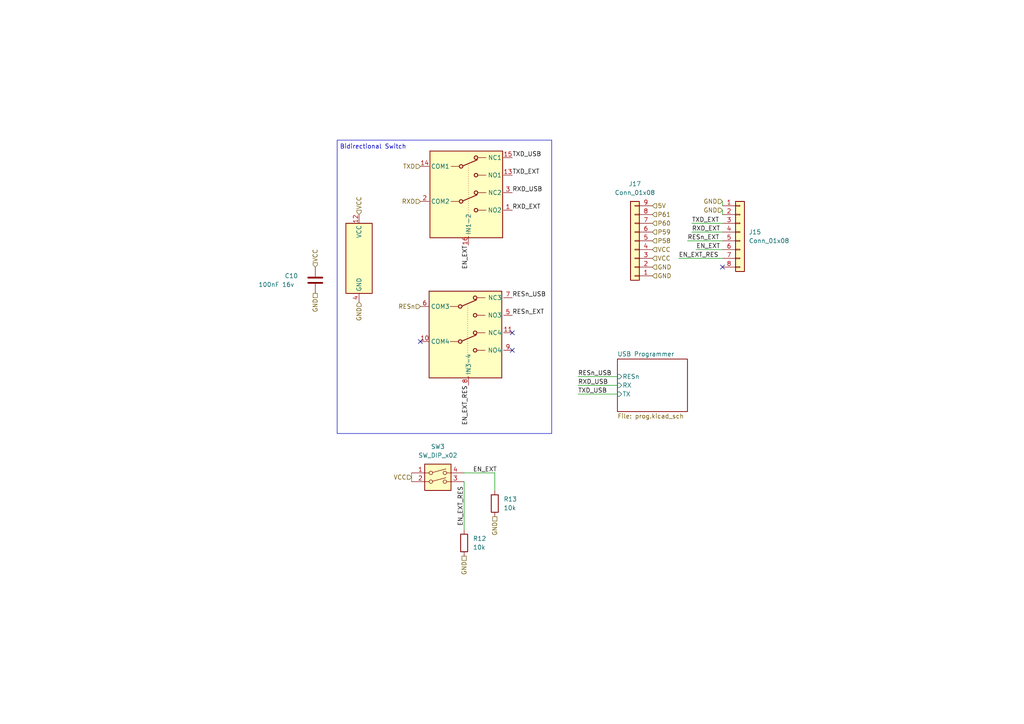
<source format=kicad_sch>
(kicad_sch (version 20250114) (generator "eeschema") (generator_version "9.0")
  (paper "A4")
  (lib_symbols
    (symbol "Analog_Switch_Local:TS3A44159PWR"
      (symbol "TS3A44159PWR_1_1"
        (rectangle (start -11.176 9.525) (end 9.906 -15.621) (stroke (width 0.254)) (fill (type background)))
        (polyline (pts (xy -5.08 5.08) (xy -2.794 5.08)))
        (polyline (pts (xy -5.08 -5.08) (xy -2.794 -5.08)))
        (circle (center -2.159 5.08) (radius 0.508) (stroke (width 0.254)))
        (circle (center -2.159 -5.08) (radius 0.508) (stroke (width 0.254)))
        (polyline (pts (xy -1.7018 -4.953) (xy 2.4892 -3.175)) (stroke (width 0.254)))
        (polyline (pts (xy -1.651 5.207) (xy 2.54 6.985)) (stroke (width 0.254)))
        (polyline (pts (xy 0 -15.24) (xy 0 6.35)) (stroke (width 0) (type dot)))
        (circle (center 2.159 7.62) (radius 0.508) (stroke (width 0.254)))
        (circle (center 2.159 2.54) (radius 0.508) (stroke (width 0.254)))
        (circle (center 2.159 -2.54) (radius 0.508) (stroke (width 0.254)))
        (circle (center 2.159 -7.62) (radius 0.508) (stroke (width 0.254)))
        (polyline (pts (xy 5.08 7.62) (xy 2.794 7.62)))
        (polyline (pts (xy 5.08 2.54) (xy 2.794 2.54)))
        (polyline (pts (xy 5.08 -2.54) (xy 2.794 -2.54)))
        (polyline (pts (xy 5.08 -7.62) (xy 2.794 -7.62)))
        (pin passive line (at -13.97 5.08 0) (length 2.54) (name "COM1") (number "14"))
        (pin passive line (at -13.97 -5.08 0) (length 2.54) (name "COM2") (number "2"))
        (pin input line (at 0 -17.78 90) (length 2.54) (name "IN1-2") (number "16"))
        (pin passive line (at 12.7 7.62 180) (length 2.54) (name "NC1") (number "15"))
        (pin passive line (at 12.7 2.54 180) (length 2.54) (name "NO1") (number "13"))
        (pin passive line (at 12.7 -2.54 180) (length 2.54) (name "NC2") (number "3"))
        (pin passive line (at 12.7 -7.62 180) (length 2.54) (name "NO2") (number "1"))
      )
      (symbol "TS3A44159PWR_2_1"
        (rectangle (start -11.43 9.525) (end 9.652 -15.621) (stroke (width 0.254)) (fill (type background)))
        (polyline (pts (xy -5.334 5.08) (xy -3.048 5.08)))
        (polyline (pts (xy -5.334 -5.08) (xy -3.048 -5.08)))
        (circle (center -2.413 5.08) (radius 0.508) (stroke (width 0.254)))
        (circle (center -2.413 -5.08) (radius 0.508) (stroke (width 0.254)))
        (polyline (pts (xy -1.9558 -4.953) (xy 2.2352 -3.175)) (stroke (width 0.254)))
        (polyline (pts (xy -1.905 5.207) (xy 2.286 6.985)) (stroke (width 0.254)))
        (polyline (pts (xy -0.254 -15.24) (xy -0.254 6.35)) (stroke (width 0) (type dot)))
        (circle (center 1.905 7.62) (radius 0.508) (stroke (width 0.254)))
        (circle (center 1.905 2.54) (radius 0.508) (stroke (width 0.254)))
        (circle (center 1.905 -2.54) (radius 0.508) (stroke (width 0.254)))
        (circle (center 1.905 -7.62) (radius 0.508) (stroke (width 0.254)))
        (polyline (pts (xy 4.826 7.62) (xy 2.54 7.62)))
        (polyline (pts (xy 4.826 2.54) (xy 2.54 2.54)))
        (polyline (pts (xy 4.826 -2.54) (xy 2.54 -2.54)))
        (polyline (pts (xy 4.826 -7.62) (xy 2.54 -7.62)))
        (pin passive line (at -13.97 5.08 0) (length 2.54) (name "COM3") (number "6"))
        (pin passive line (at -13.97 -5.08 0) (length 2.54) (name "COM4") (number "10"))
        (pin input line (at 0 -17.78 90) (length 2.54) (name "IN3-4") (number "8"))
        (pin passive line (at 12.7 7.62 180) (length 2.54) (name "NC3") (number "7"))
        (pin passive line (at 12.7 2.54 180) (length 2.54) (name "NO3") (number "5"))
        (pin passive line (at 12.7 -2.54 180) (length 2.54) (name "NC4") (number "11"))
        (pin passive line (at 12.7 -7.62 180) (length 2.54) (name "NO4") (number "9"))
      )
      (symbol "TS3A44159PWR_3_1"
        (rectangle (start -3.81 10.16) (end 3.81 -10.16) (stroke (width 0.254)) (fill (type background)))
        (pin power_in line (at 0 12.7 270) (length 2.54) (name "VCC") (number "12"))
        (pin power_in line (at 0 -12.7 90) (length 2.54) (name "GND") (number "4"))
      )
    )
    (symbol "Connector_Generic:Conn_01x08" (pin_names (offset 1.016) (hide yes))
      (property "Reference" "J" (at 0 10.16 0))
      (property "Value" "Conn_01x08" (at 0 -12.7 0))
      (symbol "Conn_01x08_1_1"
        (rectangle (start -1.27 8.89) (end 1.27 -11.43) (stroke (width 0.254)) (fill (type background)))
        (rectangle (start -1.27 7.747) (end 0 7.493) (stroke (width 0.1524)))
        (rectangle (start -1.27 5.207) (end 0 4.953) (stroke (width 0.1524)))
        (rectangle (start -1.27 2.667) (end 0 2.413) (stroke (width 0.1524)))
        (rectangle (start -1.27 0.127) (end 0 -0.127) (stroke (width 0.1524)))
        (rectangle (start -1.27 -2.413) (end 0 -2.667) (stroke (width 0.1524)))
        (rectangle (start -1.27 -4.953) (end 0 -5.207) (stroke (width 0.1524)))
        (rectangle (start -1.27 -7.493) (end 0 -7.747) (stroke (width 0.1524)))
        (rectangle (start -1.27 -10.033) (end 0 -10.287) (stroke (width 0.1524)))
        (pin passive line (at -5.08 7.62 0) (length 3.81) (name "Pin_1") (number "1"))
        (pin passive line (at -5.08 5.08 0) (length 3.81) (name "Pin_2") (number "2"))
        (pin passive line (at -5.08 2.54 0) (length 3.81) (name "Pin_3") (number "3"))
        (pin passive line (at -5.08 0 0) (length 3.81) (name "Pin_4") (number "4"))
        (pin passive line (at -5.08 -2.54 0) (length 3.81) (name "Pin_5") (number "5"))
        (pin passive line (at -5.08 -5.08 0) (length 3.81) (name "Pin_6") (number "6"))
        (pin passive line (at -5.08 -7.62 0) (length 3.81) (name "Pin_7") (number "7"))
        (pin passive line (at -5.08 -10.16 0) (length 3.81) (name "Pin_8") (number "8"))
      )
    )
    (symbol "Connector_Generic:Conn_01x09" (pin_names (offset 1.016) (hide yes))
      (property "Reference" "J" (at 0 12.7 0))
      (property "Value" "Conn_01x09" (at 0 -12.7 0))
      (symbol "Conn_01x09_1_1"
        (rectangle (start -1.27 11.43) (end 1.27 -11.43) (stroke (width 0.254)) (fill (type background)))
        (rectangle (start -1.27 10.287) (end 0 10.033) (stroke (width 0.1524)))
        (rectangle (start -1.27 7.747) (end 0 7.493) (stroke (width 0.1524)))
        (rectangle (start -1.27 5.207) (end 0 4.953) (stroke (width 0.1524)))
        (rectangle (start -1.27 2.667) (end 0 2.413) (stroke (width 0.1524)))
        (rectangle (start -1.27 0.127) (end 0 -0.127) (stroke (width 0.1524)))
        (rectangle (start -1.27 -2.413) (end 0 -2.667) (stroke (width 0.1524)))
        (rectangle (start -1.27 -4.953) (end 0 -5.207) (stroke (width 0.1524)))
        (rectangle (start -1.27 -7.493) (end 0 -7.747) (stroke (width 0.1524)))
        (rectangle (start -1.27 -10.033) (end 0 -10.287) (stroke (width 0.1524)))
        (pin passive line (at -5.08 10.16 0) (length 3.81) (name "Pin_1") (number "1"))
        (pin passive line (at -5.08 7.62 0) (length 3.81) (name "Pin_2") (number "2"))
        (pin passive line (at -5.08 5.08 0) (length 3.81) (name "Pin_3") (number "3"))
        (pin passive line (at -5.08 2.54 0) (length 3.81) (name "Pin_4") (number "4"))
        (pin passive line (at -5.08 0 0) (length 3.81) (name "Pin_5") (number "5"))
        (pin passive line (at -5.08 -2.54 0) (length 3.81) (name "Pin_6") (number "6"))
        (pin passive line (at -5.08 -5.08 0) (length 3.81) (name "Pin_7") (number "7"))
        (pin passive line (at -5.08 -7.62 0) (length 3.81) (name "Pin_8") (number "8"))
        (pin passive line (at -5.08 -10.16 0) (length 3.81) (name "Pin_9") (number "9"))
      )
    )
    (symbol "Device:C" (pin_numbers (hide yes)) (pin_names (offset 0.254))
      (property "Reference" "C" (at 0.635 2.54 0))
      (property "Value" "C" (at 0.635 -2.54 0))
      (symbol "C_0_1"
        (polyline (pts (xy -2.032 0.762) (xy 2.032 0.762)) (stroke (width 0.508)))
        (polyline (pts (xy -2.032 -0.762) (xy 2.032 -0.762)) (stroke (width 0.508)))
      )
      (symbol "C_1_1"
        (pin passive line (at 0 3.81 270) (length 2.794) (name "~") (number "1"))
        (pin passive line (at 0 -3.81 90) (length 2.794) (name "~") (number "2"))
      )
    )
    (symbol "Device:R" (pin_numbers (hide yes)) (pin_names (offset 0))
      (property "Reference" "R" (at 2.032 0 90))
      (property "Value" "R" (at 0 0 90))
      (symbol "R_0_1"
        (rectangle (start -1.016 -2.54) (end 1.016 2.54) (stroke (width 0.254)))
      )
      (symbol "R_1_1"
        (pin passive line (at 0 3.81 270) (length 1.27) (name "~") (number "1"))
        (pin passive line (at 0 -3.81 90) (length 1.27) (name "~") (number "2"))
      )
    )
    (symbol "Switch:SW_DIP_x02" (pin_names (offset 0) (hide yes))
      (property "Reference" "SW" (at 0 6.35 0))
      (property "Value" "SW_DIP_x02" (at 0 -3.81 0))
      (symbol "SW_DIP_x02_0_0"
        (circle (center -2.032 2.54) (radius 0.508))
        (circle (center -2.032 0) (radius 0.508))
        (polyline (pts (xy -1.524 2.667) (xy 2.3622 3.7084)))
        (polyline (pts (xy -1.524 0.127) (xy 2.3622 1.1684)))
        (circle (center 2.032 2.54) (radius 0.508))
        (circle (center 2.032 0) (radius 0.508))
      )
      (symbol "SW_DIP_x02_0_1"
        (rectangle (start -3.81 5.08) (end 3.81 -2.54) (stroke (width 0.254)) (fill (type background)))
      )
      (symbol "SW_DIP_x02_1_1"
        (pin passive line (at -7.62 2.54 0) (length 5.08) (name "~") (number "1"))
        (pin passive line (at -7.62 0 0) (length 5.08) (name "~") (number "2"))
        (pin passive line (at 7.62 2.54 180) (length 5.08) (name "~") (number "4"))
        (pin passive line (at 7.62 0 180) (length 5.08) (name "~") (number "3"))
      )
    )
    (symbol "TS3A44159PWR_1"
      (symbol "TS3A44159PWR_1_1_1"
        (rectangle (start -11.176 9.525) (end 9.906 -15.621) (stroke (width 0.254)) (fill (type background)))
        (polyline (pts (xy -5.08 5.08) (xy -2.794 5.08)))
        (polyline (pts (xy -5.08 -5.08) (xy -2.794 -5.08)))
        (circle (center -2.159 5.08) (radius 0.508) (stroke (width 0.254)))
        (circle (center -2.159 -5.08) (radius 0.508) (stroke (width 0.254)))
        (polyline (pts (xy -1.7018 -4.953) (xy 2.4892 -3.175)) (stroke (width 0.254)))
        (polyline (pts (xy -1.651 5.207) (xy 2.54 6.985)) (stroke (width 0.254)))
        (polyline (pts (xy 0 -15.24) (xy 0 6.35)) (stroke (width 0) (type dot)))
        (circle (center 2.159 7.62) (radius 0.508) (stroke (width 0.254)))
        (circle (center 2.159 2.54) (radius 0.508) (stroke (width 0.254)))
        (circle (center 2.159 -2.54) (radius 0.508) (stroke (width 0.254)))
        (circle (center 2.159 -7.62) (radius 0.508) (stroke (width 0.254)))
        (polyline (pts (xy 5.08 7.62) (xy 2.794 7.62)))
        (polyline (pts (xy 5.08 2.54) (xy 2.794 2.54)))
        (polyline (pts (xy 5.08 -2.54) (xy 2.794 -2.54)))
        (polyline (pts (xy 5.08 -7.62) (xy 2.794 -7.62)))
        (pin passive line (at -13.97 5.08 0) (length 2.54) (name "COM1") (number "14"))
        (pin passive line (at -13.97 -5.08 0) (length 2.54) (name "COM2") (number "2"))
        (pin input line (at 0 -17.78 90) (length 2.54) (name "IN1-2") (number "16"))
        (pin passive line (at 12.7 7.62 180) (length 2.54) (name "NC1") (number "15"))
        (pin passive line (at 12.7 2.54 180) (length 2.54) (name "NO1") (number "13"))
        (pin passive line (at 12.7 -2.54 180) (length 2.54) (name "NC2") (number "3"))
        (pin passive line (at 12.7 -7.62 180) (length 2.54) (name "NO2") (number "1"))
      )
      (symbol "TS3A44159PWR_1_2_1"
        (rectangle (start -11.43 9.525) (end 9.652 -15.621) (stroke (width 0.254)) (fill (type background)))
        (polyline (pts (xy -5.334 5.08) (xy -3.048 5.08)))
        (polyline (pts (xy -5.334 -5.08) (xy -3.048 -5.08)))
        (circle (center -2.413 5.08) (radius 0.508) (stroke (width 0.254)))
        (circle (center -2.413 -5.08) (radius 0.508) (stroke (width 0.254)))
        (polyline (pts (xy -1.9558 -4.953) (xy 2.2352 -3.175)) (stroke (width 0.254)))
        (polyline (pts (xy -1.905 5.207) (xy 2.286 6.985)) (stroke (width 0.254)))
        (polyline (pts (xy -0.254 -15.24) (xy -0.254 6.35)) (stroke (width 0) (type dot)))
        (circle (center 1.905 7.62) (radius 0.508) (stroke (width 0.254)))
        (circle (center 1.905 2.54) (radius 0.508) (stroke (width 0.254)))
        (circle (center 1.905 -2.54) (radius 0.508) (stroke (width 0.254)))
        (circle (center 1.905 -7.62) (radius 0.508) (stroke (width 0.254)))
        (polyline (pts (xy 4.826 7.62) (xy 2.54 7.62)))
        (polyline (pts (xy 4.826 2.54) (xy 2.54 2.54)))
        (polyline (pts (xy 4.826 -2.54) (xy 2.54 -2.54)))
        (polyline (pts (xy 4.826 -7.62) (xy 2.54 -7.62)))
        (pin passive line (at -13.97 5.08 0) (length 2.54) (name "COM3") (number "6"))
        (pin passive line (at -13.97 -5.08 0) (length 2.54) (name "COM4") (number "10"))
        (pin input line (at 0 -17.78 90) (length 2.54) (name "IN3-4") (number "8"))
        (pin passive line (at 12.7 7.62 180) (length 2.54) (name "NC3") (number "7"))
        (pin passive line (at 12.7 2.54 180) (length 2.54) (name "NO3") (number "5"))
        (pin passive line (at 12.7 -2.54 180) (length 2.54) (name "NC4") (number "11"))
        (pin passive line (at 12.7 -7.62 180) (length 2.54) (name "NO4") (number "9"))
      )
      (symbol "TS3A44159PWR_1_3_1"
        (rectangle (start -3.81 10.16) (end 3.81 -10.16) (stroke (width 0.254)) (fill (type background)))
        (pin power_in line (at 0 12.7 270) (length 2.54) (name "VCC") (number "12"))
        (pin power_in line (at 0 -12.7 90) (length 2.54) (name "GND") (number "4"))
      )
    )
    (symbol "TS3A44159PWR_2"
      (symbol "TS3A44159PWR_2_1_1"
        (rectangle (start -11.176 9.525) (end 9.906 -15.621) (stroke (width 0.254)) (fill (type background)))
        (polyline (pts (xy -5.08 5.08) (xy -2.794 5.08)))
        (polyline (pts (xy -5.08 -5.08) (xy -2.794 -5.08)))
        (circle (center -2.159 5.08) (radius 0.508) (stroke (width 0.254)))
        (circle (center -2.159 -5.08) (radius 0.508) (stroke (width 0.254)))
        (polyline (pts (xy -1.7018 -4.953) (xy 2.4892 -3.175)) (stroke (width 0.254)))
        (polyline (pts (xy -1.651 5.207) (xy 2.54 6.985)) (stroke (width 0.254)))
        (polyline (pts (xy 0 -15.24) (xy 0 6.35)) (stroke (width 0) (type dot)))
        (circle (center 2.159 7.62) (radius 0.508) (stroke (width 0.254)))
        (circle (center 2.159 2.54) (radius 0.508) (stroke (width 0.254)))
        (circle (center 2.159 -2.54) (radius 0.508) (stroke (width 0.254)))
        (circle (center 2.159 -7.62) (radius 0.508) (stroke (width 0.254)))
        (polyline (pts (xy 5.08 7.62) (xy 2.794 7.62)))
        (polyline (pts (xy 5.08 2.54) (xy 2.794 2.54)))
        (polyline (pts (xy 5.08 -2.54) (xy 2.794 -2.54)))
        (polyline (pts (xy 5.08 -7.62) (xy 2.794 -7.62)))
        (pin passive line (at -13.97 5.08 0) (length 2.54) (name "COM1") (number "14"))
        (pin passive line (at -13.97 -5.08 0) (length 2.54) (name "COM2") (number "2"))
        (pin input line (at 0 -17.78 90) (length 2.54) (name "IN1-2") (number "16"))
        (pin passive line (at 12.7 7.62 180) (length 2.54) (name "NC1") (number "15"))
        (pin passive line (at 12.7 2.54 180) (length 2.54) (name "NO1") (number "13"))
        (pin passive line (at 12.7 -2.54 180) (length 2.54) (name "NC2") (number "3"))
        (pin passive line (at 12.7 -7.62 180) (length 2.54) (name "NO2") (number "1"))
      )
      (symbol "TS3A44159PWR_2_2_1"
        (rectangle (start -11.43 9.525) (end 9.652 -15.621) (stroke (width 0.254)) (fill (type background)))
        (polyline (pts (xy -5.334 5.08) (xy -3.048 5.08)))
        (polyline (pts (xy -5.334 -5.08) (xy -3.048 -5.08)))
        (circle (center -2.413 5.08) (radius 0.508) (stroke (width 0.254)))
        (circle (center -2.413 -5.08) (radius 0.508) (stroke (width 0.254)))
        (polyline (pts (xy -1.9558 -4.953) (xy 2.2352 -3.175)) (stroke (width 0.254)))
        (polyline (pts (xy -1.905 5.207) (xy 2.286 6.985)) (stroke (width 0.254)))
        (polyline (pts (xy -0.254 -15.24) (xy -0.254 6.35)) (stroke (width 0) (type dot)))
        (circle (center 1.905 7.62) (radius 0.508) (stroke (width 0.254)))
        (circle (center 1.905 2.54) (radius 0.508) (stroke (width 0.254)))
        (circle (center 1.905 -2.54) (radius 0.508) (stroke (width 0.254)))
        (circle (center 1.905 -7.62) (radius 0.508) (stroke (width 0.254)))
        (polyline (pts (xy 4.826 7.62) (xy 2.54 7.62)))
        (polyline (pts (xy 4.826 2.54) (xy 2.54 2.54)))
        (polyline (pts (xy 4.826 -2.54) (xy 2.54 -2.54)))
        (polyline (pts (xy 4.826 -7.62) (xy 2.54 -7.62)))
        (pin passive line (at -13.97 5.08 0) (length 2.54) (name "COM3") (number "6"))
        (pin passive line (at -13.97 -5.08 0) (length 2.54) (name "COM4") (number "10"))
        (pin input line (at 0 -17.78 90) (length 2.54) (name "IN3-4") (number "8"))
        (pin passive line (at 12.7 7.62 180) (length 2.54) (name "NC3") (number "7"))
        (pin passive line (at 12.7 2.54 180) (length 2.54) (name "NO3") (number "5"))
        (pin passive line (at 12.7 -2.54 180) (length 2.54) (name "NC4") (number "11"))
        (pin passive line (at 12.7 -7.62 180) (length 2.54) (name "NO4") (number "9"))
      )
      (symbol "TS3A44159PWR_2_3_1"
        (rectangle (start -3.81 10.16) (end 3.81 -10.16) (stroke (width 0.254)) (fill (type background)))
        (pin power_in line (at 0 12.7 270) (length 2.54) (name "VCC") (number "12"))
        (pin power_in line (at 0 -12.7 90) (length 2.54) (name "GND") (number "4"))
      )
    )
  )
  (rectangle (start 97.79 40.64) (end 160.02 125.73))
  (text "Bidirectional Switch" (at 108.204 42.672 0) (effects (font (size 1.27 1.27))))
  (no_connect (at 148.59 96.52))
  (no_connect (at 121.92 99.06))
  (no_connect (at 148.59 101.6))
  (no_connect (at 209.55 77.47))
  (wire (pts (xy 134.62 139.7) (xy 134.62 153.67)))
  (wire (pts (xy 209.55 60.96) (xy 209.55 62.23)))
  (wire (pts (xy 196.85 74.93) (xy 209.55 74.93)))
  (wire (pts (xy 119.38 137.16) (xy 119.38 139.7)))
  (wire (pts (xy 167.64 109.22) (xy 179.07 109.22)))
  (wire (pts (xy 209.55 58.42) (xy 209.55 59.69)))
  (wire (pts (xy 201.93 72.39) (xy 209.55 72.39)))
  (wire (pts (xy 143.51 137.16) (xy 143.51 142.24)))
  (wire (pts (xy 134.62 137.16) (xy 143.51 137.16)))
  (wire (pts (xy 200.66 64.77) (xy 209.55 64.77)))
  (wire (pts (xy 199.39 69.85) (xy 209.55 69.85)))
  (wire (pts (xy 200.66 67.31) (xy 209.55 67.31)))
  (wire (pts (xy 167.64 111.76) (xy 179.07 111.76)))
  (wire (pts (xy 167.64 114.3) (xy 179.07 114.3)))
  (label "EN_EXT_RES" (at 134.62 140.97 270))
  (label "TXD_USB" (at 148.59 45.72 0))
  (label "EN_EXT" (at 201.93 72.39 0))
  (label "RESn_EXT" (at 148.59 91.44 0))
  (label "EN_EXT" (at 135.89 71.12 270))
  (label "EN_EXT_RES" (at 135.89 111.76 270))
  (label "EN_EXT_RES" (at 196.85 74.93 0))
  (label "TXD_EXT" (at 200.66 64.77 0))
  (label "TXD_USB" (at 167.64 114.3 0))
  (label "RESn_USB" (at 148.59 86.36 0))
  (label "EN_EXT" (at 137.16 137.16 0))
  (label "RXD_EXT" (at 148.59 60.96 0))
  (label "RESn_USB" (at 167.64 109.22 0))
  (label "RXD_USB" (at 148.59 55.88 0))
  (label "RXD_EXT" (at 200.66 67.31 0))
  (label "RESn_EXT" (at 199.39 69.85 0))
  (label "RXD_USB" (at 167.64 111.76 0))
  (label "TXD_EXT" (at 148.59 50.8 0))
  (hierarchical_label "VCC" (shape input) (at 104.14 62.23 90))
  (hierarchical_label "GND" (shape input) (at 104.14 87.63 270))
  (hierarchical_label "RXD" (shape input) (at 121.92 58.42 180))
  (hierarchical_label "VCC" (shape input) (at 119.38 138.43 180))
  (hierarchical_label "GND" (shape input) (at 209.55 58.42 180))
  (hierarchical_label "GND" (shape input) (at 209.55 60.96 180))
  (hierarchical_label "TXD" (shape input) (at 121.92 48.26 180))
  (hierarchical_label "GND" (shape passive) (at 134.62 161.29 270))
  (hierarchical_label "P58" (shape input) (at 189.23 69.85 0))
  (hierarchical_label "GND" (shape input) (at 189.23 80.01 0))
  (hierarchical_label "VCC" (shape input) (at 189.23 74.93 0))
  (hierarchical_label "RESn" (shape input) (at 121.92 88.9 180))
  (hierarchical_label "P59" (shape input) (at 189.23 67.31 0))
  (hierarchical_label "VCC" (shape input) (at 189.23 72.39 0))
  (hierarchical_label "GND" (shape passive) (at 91.44 85.09 270))
  (hierarchical_label "VCC" (shape input) (at 91.44 77.47 90))
  (hierarchical_label "5V" (shape input) (at 189.23 59.69 0))
  (hierarchical_label "GND" (shape input) (at 189.23 77.47 0))
  (hierarchical_label "GND" (shape passive) (at 143.51 149.86 270))
  (hierarchical_label "P60" (shape input) (at 189.23 64.77 0))
  (hierarchical_label "P61" (shape input) (at 189.23 62.23 0))
  (symbol (lib_name "TS3A44159PWR_2") (lib_id "Analog_Switch_Local:TS3A44159PWR") (at 135.89 93.98 0) (unit 2)
    (property "Reference" "U10" (effects (hide yes)))
    (property "Value" "TS3A44159PWR" (effects (hide yes)))
    (property "Footprint" "Package_SO:TSSOP-16_4.4x5mm_P0.65mm" (effects (hide yes)))
    (property "Datasheet" "https://www.ti.com/lit/ds/symlink/ts3a44159.pdf?ts=1744359177958&ref_url=https%253A%252F%252Fwww.ti.com%252Fproduct%252FTS3A44159" (effects (hide yes)))
    (property "Description" "TS3A44159 0.45-Ω Quad SPDT Analog Switch 4-Channel 2:1 Multiplexer – Demultiplexer With Two Controls" (effects (hide yes)))
    (property "Part Number" "TS3A44159PWR" (effects (hide yes)))
  )
  (symbol (lib_id "Connector_Generic:Conn_01x08") (at 214.63 67.31 0) (unit 1)
    (property "Reference" "J15" (at 217.17 67.3099 0) (effects (justify left)))
    (property "Value" "Conn_01x08" (at 217.17 69.8499 0) (effects (justify left)))
    (property "Footprint" "Connector_PinSocket_2.54mm:PinSocket_1x08_P2.54mm_Vertical" (effects (hide yes)))
    (property "Description" "Generic connector, single row, 01x08, script generated (kicad-library-utils/schlib/autogen/connector/)" (effects (hide yes)))
    (property "Part Number" "PPTC081LFBN-RC" (effects (hide yes)))
  )
  (symbol (lib_id "Connector_Generic:Conn_01x09") (at 184.15 69.85 180) (unit 1)
    (property "Reference" "J17" (at 184.15 53.34 0))
    (property "Value" "Conn_01x08" (at 184.15 55.88 0))
    (property "Footprint" "Connector_PinSocket_2.54mm:PinSocket_1x09_P2.54mm_Vertical" (effects (hide yes)))
    (property "Description" "Generic connector, single row, 01x09, script generated (kicad-library-utils/schlib/autogen/connector/)" (effects (hide yes)))
    (property "Part Number" "PPTC091LFBN-RC" (effects (hide yes)))
  )
  (symbol (lib_id "Device:R") (at 134.62 157.48 0) (unit 1)
    (property "Reference" "R12" (at 137.16 156.2099 0) (effects (justify left)))
    (property "Value" "10k" (at 137.16 158.7499 0) (effects (justify left)))
    (property "Footprint" "Resistor_SMD:R_0402_1005Metric" (effects (hide yes)))
    (property "Description" "Resistor" (effects (hide yes)))
    (property "Part Number" "RC0402FR-0710KL" (effects (hide yes)))
  )
  (symbol (lib_id "Analog_Switch_Local:TS3A44159PWR") (at 104.14 74.93 0) (unit 3)
    (property "Reference" "U10" (effects (hide yes)))
    (property "Value" "TS3A44159PWR" (effects (hide yes)))
    (property "Footprint" "Package_SO:TSSOP-16_4.4x5mm_P0.65mm" (effects (hide yes)))
    (property "Datasheet" "https://www.ti.com/lit/ds/symlink/ts3a44159.pdf?ts=1744359177958&ref_url=https%253A%252F%252Fwww.ti.com%252Fproduct%252FTS3A44159" (effects (hide yes)))
    (property "Description" "TS3A44159 0.45-Ω Quad SPDT Analog Switch 4-Channel 2:1 Multiplexer – Demultiplexer With Two Controls" (effects (hide yes)))
    (property "Part Number" "TS3A44159PWR" (effects (hide yes)))
  )
  (symbol (lib_name "TS3A44159PWR_1") (lib_id "Analog_Switch_Local:TS3A44159PWR") (at 135.89 53.34 0) (unit 1)
    (property "Reference" "U10" (effects (hide yes)))
    (property "Value" "TS3A44159PWR" (effects (hide yes)))
    (property "Footprint" "Package_SO:TSSOP-16_4.4x5mm_P0.65mm" (effects (hide yes)))
    (property "Datasheet" "https://www.ti.com/lit/ds/symlink/ts3a44159.pdf?ts=1744359177958&ref_url=https%253A%252F%252Fwww.ti.com%252Fproduct%252FTS3A44159" (effects (hide yes)))
    (property "Description" "TS3A44159 0.45-Ω Quad SPDT Analog Switch 4-Channel 2:1 Multiplexer – Demultiplexer With Two Controls" (effects (hide yes)))
    (property "Part Number" "TS3A44159PWR" (effects (hide yes)))
  )
  (symbol (lib_id "Device:R") (at 143.51 146.05 0) (unit 1)
    (property "Reference" "R13" (at 146.05 144.7799 0) (effects (justify left)))
    (property "Value" "10k" (at 146.05 147.3199 0) (effects (justify left)))
    (property "Footprint" "Resistor_SMD:R_0402_1005Metric" (effects (hide yes)))
    (property "Description" "Resistor" (effects (hide yes)))
    (property "Part Number" "RC0402FR-0710KL" (effects (hide yes)))
  )
  (symbol (lib_id "Switch:SW_DIP_x02") (at 127 139.7 0) (unit 1)
    (property "Reference" "SW3" (at 127 129.54 0))
    (property "Value" "SW_DIP_x02" (at 127 132.08 0))
    (property "Footprint" "Button_Switch_SMD:SW_DIP_SPSTx02_Slide_Copal_CHS-02A_W5.08mm_P1.27mm_JPin" (effects (hide yes)))
    (property "Description" "2x DIP Switch, Single Pole Single Throw (SPST) switch, small symbol" (effects (hide yes)))
    (property "Part Number" "CHS-02TA" (effects (hide yes)))
  )
  (symbol (lib_id "Device:C") (at 91.44 81.28 180) (unit 1)
    (property "Reference" "C10" (at 82.55 80.01 0) (effects (justify right)))
    (property "Value" "100nF 16v" (at 74.93 82.55 0) (effects (justify right)))
    (property "Footprint" "Capacitor_SMD:C_0402_1005Metric" (effects (hide yes)))
    (property "Description" "Unpolarized capacitor" (effects (hide yes)))
    (property "Part Number" "GRM155R71C104KA88D" (effects (hide yes)))
  )
  (sheet (at 179.07 104.14) (size 20.32 15.24) (stroke (width 0.1524))
    (property "Sheetname" "USB Programmer" (at 179.07 103.4284 0) (effects (justify left bottom)))
    (property "Sheetfile" "prog.kicad_sch" (at 179.07 119.9646 0) (effects (justify left top)))
    (pin "RESn" input (at 179.07 109.22 180))
    (pin "RX" input (at 179.07 111.76 180))
    (pin "TX" input (at 179.07 114.3 180))
  )
)
</source>
